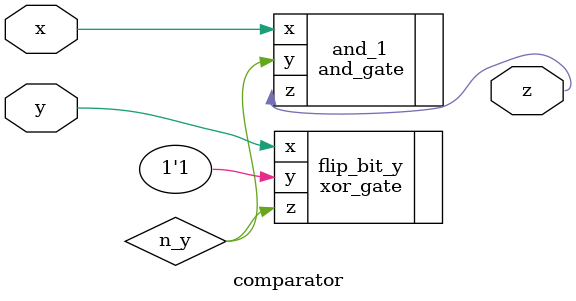
<source format=v>
module comparator
       (
           input x,
           input y,
           output z
       );

wire n_y;
wire and_2_res;

xor_gate flip_bit_y (
                .x(y),
                .y(1'b1),
                .z(n_y)
            );

and_gate and_1 (
             .x(x),
             .y(n_y),
             .z(z)
         );


endmodule

</source>
